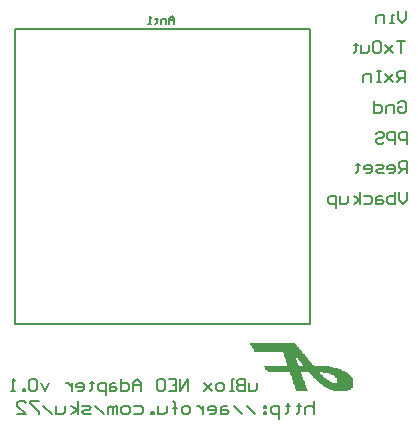
<source format=gbo>
%FSLAX43Y43*%
%MOMM*%
G71*
G01*
G75*
G04 Layer_Color=32896*
G04:AMPARAMS|DCode=10|XSize=1mm|YSize=0.8mm|CornerRadius=0.12mm|HoleSize=0mm|Usage=FLASHONLY|Rotation=270.000|XOffset=0mm|YOffset=0mm|HoleType=Round|Shape=RoundedRectangle|*
%AMROUNDEDRECTD10*
21,1,1.000,0.560,0,0,270.0*
21,1,0.760,0.800,0,0,270.0*
1,1,0.240,-0.280,-0.380*
1,1,0.240,-0.280,0.380*
1,1,0.240,0.280,0.380*
1,1,0.240,0.280,-0.380*
%
%ADD10ROUNDEDRECTD10*%
G04:AMPARAMS|DCode=11|XSize=1mm|YSize=0.8mm|CornerRadius=0.12mm|HoleSize=0mm|Usage=FLASHONLY|Rotation=0.000|XOffset=0mm|YOffset=0mm|HoleType=Round|Shape=RoundedRectangle|*
%AMROUNDEDRECTD11*
21,1,1.000,0.560,0,0,0.0*
21,1,0.760,0.800,0,0,0.0*
1,1,0.240,0.380,-0.280*
1,1,0.240,-0.380,-0.280*
1,1,0.240,-0.380,0.280*
1,1,0.240,0.380,0.280*
%
%ADD11ROUNDEDRECTD11*%
%ADD12R,1.100X0.550*%
%ADD13R,0.550X1.100*%
G04:AMPARAMS|DCode=14|XSize=0.8mm|YSize=3mm|CornerRadius=0.08mm|HoleSize=0mm|Usage=FLASHONLY|Rotation=270.000|XOffset=0mm|YOffset=0mm|HoleType=Round|Shape=RoundedRectangle|*
%AMROUNDEDRECTD14*
21,1,0.800,2.840,0,0,270.0*
21,1,0.640,3.000,0,0,270.0*
1,1,0.160,-1.420,-0.320*
1,1,0.160,-1.420,0.320*
1,1,0.160,1.420,0.320*
1,1,0.160,1.420,-0.320*
%
%ADD14ROUNDEDRECTD14*%
%ADD15R,1.100X0.850*%
G04:AMPARAMS|DCode=16|XSize=2.1mm|YSize=3mm|CornerRadius=0.21mm|HoleSize=0mm|Usage=FLASHONLY|Rotation=270.000|XOffset=0mm|YOffset=0mm|HoleType=Round|Shape=RoundedRectangle|*
%AMROUNDEDRECTD16*
21,1,2.100,2.580,0,0,270.0*
21,1,1.680,3.000,0,0,270.0*
1,1,0.420,-1.290,-0.840*
1,1,0.420,-1.290,0.840*
1,1,0.420,1.290,0.840*
1,1,0.420,1.290,-0.840*
%
%ADD16ROUNDEDRECTD16*%
%ADD17R,3.000X0.800*%
G04:AMPARAMS|DCode=18|XSize=1.8mm|YSize=0.8mm|CornerRadius=0.08mm|HoleSize=0mm|Usage=FLASHONLY|Rotation=180.000|XOffset=0mm|YOffset=0mm|HoleType=Round|Shape=RoundedRectangle|*
%AMROUNDEDRECTD18*
21,1,1.800,0.640,0,0,180.0*
21,1,1.640,0.800,0,0,180.0*
1,1,0.160,-0.820,0.320*
1,1,0.160,0.820,0.320*
1,1,0.160,0.820,-0.320*
1,1,0.160,-0.820,-0.320*
%
%ADD18ROUNDEDRECTD18*%
%ADD19R,4.000X0.500*%
%ADD20R,3.500X2.700*%
%ADD21R,5.000X2.700*%
%ADD22C,0.300*%
%ADD23C,0.200*%
%ADD24C,0.500*%
%ADD25C,5.000*%
%ADD26C,1.500*%
%ADD27C,1.500*%
%ADD28R,1.500X1.500*%
%ADD29C,2.000*%
%ADD30C,0.900*%
%ADD31C,1.400*%
%ADD32C,0.254*%
%ADD33C,0.100*%
%ADD34C,0.152*%
%ADD35C,0.051*%
%ADD36C,0.150*%
D23*
X112500Y135000D02*
X137500D01*
Y110000D02*
Y135000D01*
X112500Y110000D02*
X137500D01*
X112500D02*
Y135000D01*
X133000Y105066D02*
Y104567D01*
X132833Y104400D01*
X132334D01*
Y105066D01*
X132000Y105400D02*
Y104400D01*
X131500D01*
X131334Y104567D01*
Y104733D01*
X131500Y104900D01*
X132000D01*
X131500D01*
X131334Y105066D01*
Y105233D01*
X131500Y105400D01*
X132000D01*
X131001Y104400D02*
X130667D01*
X130834D01*
Y105400D01*
X131001D01*
X130001Y104400D02*
X129668D01*
X129501Y104567D01*
Y104900D01*
X129668Y105066D01*
X130001D01*
X130168Y104900D01*
Y104567D01*
X130001Y104400D01*
X129168Y105066D02*
X128501Y104400D01*
X128835Y104733D01*
X128501Y105066D01*
X129168Y104400D01*
X127169D02*
Y105400D01*
X126502Y104400D01*
Y105400D01*
X125502D02*
X126169D01*
Y104400D01*
X125502D01*
X126169Y104900D02*
X125836D01*
X124669Y105400D02*
X125003D01*
X125169Y105233D01*
Y104567D01*
X125003Y104400D01*
X124669D01*
X124503Y104567D01*
Y105233D01*
X124669Y105400D01*
X123170Y104400D02*
Y105066D01*
X122837Y105400D01*
X122503Y105066D01*
Y104400D01*
Y104900D01*
X123170D01*
X121504Y105400D02*
Y104400D01*
X122004D01*
X122170Y104567D01*
Y104900D01*
X122004Y105066D01*
X121504D01*
X121004D02*
X120671D01*
X120504Y104900D01*
Y104400D01*
X121004D01*
X121170Y104567D01*
X121004Y104733D01*
X120504D01*
X120171Y104067D02*
Y105066D01*
X119671D01*
X119504Y104900D01*
Y104567D01*
X119671Y104400D01*
X120171D01*
X119005Y105233D02*
Y105066D01*
X119171D01*
X118838D01*
X119005D01*
Y104567D01*
X118838Y104400D01*
X117838D02*
X118171D01*
X118338Y104567D01*
Y104900D01*
X118171Y105066D01*
X117838D01*
X117672Y104900D01*
Y104733D01*
X118338D01*
X117338Y105066D02*
Y104400D01*
Y104733D01*
X117172Y104900D01*
X117005Y105066D01*
X116839D01*
X115339D02*
X115006Y104400D01*
X114673Y105066D01*
X114339Y105233D02*
X114173Y105400D01*
X113840D01*
X113673Y105233D01*
Y104567D01*
X113840Y104400D01*
X114173D01*
X114339Y104567D01*
Y105233D01*
X113340Y104400D02*
Y104567D01*
X113173D01*
Y104400D01*
X113340D01*
X112507D02*
X112173D01*
X112340D01*
Y105400D01*
X112507Y105233D01*
X137800Y103500D02*
Y102400D01*
Y102950D01*
X137617Y103133D01*
X137250D01*
X137067Y102950D01*
Y102400D01*
X136517Y103316D02*
Y103133D01*
X136700D01*
X136334D01*
X136517D01*
Y102583D01*
X136334Y102400D01*
X135601Y103316D02*
Y103133D01*
X135784D01*
X135417D01*
X135601D01*
Y102583D01*
X135417Y102400D01*
X134868Y102033D02*
Y103133D01*
X134318D01*
X134135Y102950D01*
Y102583D01*
X134318Y102400D01*
X134868D01*
X133768Y103133D02*
X133585D01*
Y102950D01*
X133768D01*
Y103133D01*
Y102583D02*
X133585D01*
Y102400D01*
X133768D01*
Y102583D01*
X132852Y102400D02*
X132118Y103133D01*
X131752Y102400D02*
X131019Y103133D01*
X130469D02*
X130102D01*
X129919Y102950D01*
Y102400D01*
X130469D01*
X130652Y102583D01*
X130469Y102767D01*
X129919D01*
X129003Y102400D02*
X129369D01*
X129553Y102583D01*
Y102950D01*
X129369Y103133D01*
X129003D01*
X128820Y102950D01*
Y102767D01*
X129553D01*
X128453Y103133D02*
Y102400D01*
Y102767D01*
X128270Y102950D01*
X128086Y103133D01*
X127903D01*
X127170Y102400D02*
X126804D01*
X126620Y102583D01*
Y102950D01*
X126804Y103133D01*
X127170D01*
X127353Y102950D01*
Y102583D01*
X127170Y102400D01*
X126070D02*
Y103316D01*
Y102950D01*
X126254D01*
X125887D01*
X126070D01*
Y103316D01*
X125887Y103500D01*
X125337Y103133D02*
Y102583D01*
X125154Y102400D01*
X124604D01*
Y103133D01*
X124238Y102400D02*
Y102583D01*
X124054D01*
Y102400D01*
X124238D01*
X122588Y103133D02*
X123138D01*
X123321Y102950D01*
Y102583D01*
X123138Y102400D01*
X122588D01*
X122038D02*
X121672D01*
X121489Y102583D01*
Y102950D01*
X121672Y103133D01*
X122038D01*
X122222Y102950D01*
Y102583D01*
X122038Y102400D01*
X121122D02*
Y103133D01*
X120939D01*
X120756Y102950D01*
Y102400D01*
Y102950D01*
X120572Y103133D01*
X120389Y102950D01*
Y102400D01*
X120022D02*
X119289Y103133D01*
X118923Y102400D02*
X118373D01*
X118190Y102583D01*
X118373Y102767D01*
X118739D01*
X118923Y102950D01*
X118739Y103133D01*
X118190D01*
X117823Y102400D02*
Y103500D01*
Y102767D02*
X117273Y103133D01*
X117823Y102767D02*
X117273Y102400D01*
X116723Y103133D02*
Y102583D01*
X116540Y102400D01*
X115990D01*
Y103133D01*
X115624Y102400D02*
X114891Y103133D01*
X114524Y103500D02*
X113791D01*
Y103316D01*
X114524Y102583D01*
Y102400D01*
X112691D02*
X113425D01*
X112691Y103133D01*
Y103316D01*
X112875Y103500D01*
X113241D01*
X113425Y103316D01*
X145700Y121200D02*
Y120533D01*
X145367Y120200D01*
X145034Y120533D01*
Y121200D01*
X144700D02*
Y120200D01*
X144200D01*
X144034Y120367D01*
Y120533D01*
Y120700D01*
X144200Y120866D01*
X144700D01*
X143534D02*
X143201D01*
X143034Y120700D01*
Y120200D01*
X143534D01*
X143701Y120367D01*
X143534Y120533D01*
X143034D01*
X142035Y120866D02*
X142534D01*
X142701Y120700D01*
Y120367D01*
X142534Y120200D01*
X142035D01*
X141701D02*
Y121200D01*
Y120533D02*
X141201Y120866D01*
X141701Y120533D02*
X141201Y120200D01*
X140702Y120866D02*
Y120367D01*
X140535Y120200D01*
X140035D01*
Y120866D01*
X139702Y119867D02*
Y120866D01*
X139202D01*
X139035Y120700D01*
Y120367D01*
X139202Y120200D01*
X139702D01*
X145700Y122800D02*
Y123800D01*
X145200D01*
X145034Y123633D01*
Y123300D01*
X145200Y123133D01*
X145700D01*
X145367D02*
X145034Y122800D01*
X144200D02*
X144534D01*
X144700Y122967D01*
Y123300D01*
X144534Y123466D01*
X144200D01*
X144034Y123300D01*
Y123133D01*
X144700D01*
X143701Y122800D02*
X143201D01*
X143034Y122967D01*
X143201Y123133D01*
X143534D01*
X143701Y123300D01*
X143534Y123466D01*
X143034D01*
X142201Y122800D02*
X142534D01*
X142701Y122967D01*
Y123300D01*
X142534Y123466D01*
X142201D01*
X142035Y123300D01*
Y123133D01*
X142701D01*
X141535Y123633D02*
Y123466D01*
X141701D01*
X141368D01*
X141535D01*
Y122967D01*
X141368Y122800D01*
X145700Y125300D02*
Y126300D01*
X145200D01*
X145034Y126133D01*
Y125800D01*
X145200Y125633D01*
X145700D01*
X144700Y125300D02*
Y126300D01*
X144200D01*
X144034Y126133D01*
Y125800D01*
X144200Y125633D01*
X144700D01*
X143034Y126133D02*
X143201Y126300D01*
X143534D01*
X143701Y126133D01*
Y125966D01*
X143534Y125800D01*
X143201D01*
X143034Y125633D01*
Y125467D01*
X143201Y125300D01*
X143534D01*
X143701Y125467D01*
X144934Y128733D02*
X145100Y128900D01*
X145433D01*
X145600Y128733D01*
Y128067D01*
X145433Y127900D01*
X145100D01*
X144934Y128067D01*
Y128400D01*
X145267D01*
X144600Y127900D02*
Y128566D01*
X144100D01*
X143934Y128400D01*
Y127900D01*
X142934Y128900D02*
Y127900D01*
X143434D01*
X143601Y128067D01*
Y128400D01*
X143434Y128566D01*
X142934D01*
X145500Y130500D02*
Y131500D01*
X145000D01*
X144834Y131333D01*
Y131000D01*
X145000Y130833D01*
X145500D01*
X145167D02*
X144834Y130500D01*
X144500Y131166D02*
X143834Y130500D01*
X144167Y130833D01*
X143834Y131166D01*
X144500Y130500D01*
X143501Y131500D02*
X143167D01*
X143334D01*
Y130500D01*
X143501D01*
X143167D01*
X142668D02*
Y131166D01*
X142168D01*
X142001Y131000D01*
Y130500D01*
X145500Y134000D02*
X144834D01*
X145167D01*
Y133000D01*
X144500Y133666D02*
X143834Y133000D01*
X144167Y133333D01*
X143834Y133666D01*
X144500Y133000D01*
X143001Y134000D02*
X143334D01*
X143501Y133833D01*
Y133167D01*
X143334Y133000D01*
X143001D01*
X142834Y133167D01*
Y133833D01*
X143001Y134000D01*
X142501Y133666D02*
Y133167D01*
X142334Y133000D01*
X141835D01*
Y133666D01*
X141335Y133833D02*
Y133666D01*
X141501D01*
X141168D01*
X141335D01*
Y133167D01*
X141168Y133000D01*
X145600Y136500D02*
Y135833D01*
X145267Y135500D01*
X144934Y135833D01*
Y136500D01*
X144600Y135500D02*
X144267D01*
X144434D01*
Y136166D01*
X144600D01*
X143767Y135500D02*
Y136166D01*
X143267D01*
X143101Y136000D01*
Y135500D01*
D35*
X139834Y105236D02*
X141053D01*
X139732Y105084D02*
X141053D01*
X139783Y105186D02*
X141053D01*
X139783Y105135D02*
X141053D01*
X139834Y105287D02*
X141053D01*
X139783Y105338D02*
X141053D01*
X139783Y105389D02*
X141002D01*
X139783Y105440D02*
X141002D01*
X139681Y105541D02*
X140951D01*
X139631Y104424D02*
X140494D01*
X139427Y104474D02*
X140596D01*
X139275Y104525D02*
X140748D01*
X139021Y104627D02*
X140901D01*
X139173Y104576D02*
X140850D01*
X139732Y105490D02*
X140951D01*
X139631Y105592D02*
X140901D01*
X139580Y105643D02*
X140850D01*
X139529Y105694D02*
X140799D01*
X139478Y105744D02*
X140748D01*
X139377Y105795D02*
X140697D01*
X139275Y105846D02*
X140647D01*
X139123Y105897D02*
X140596D01*
X138970Y105948D02*
X140494D01*
X138970Y104678D02*
X140951D01*
X138869Y104728D02*
X141002D01*
X138767Y104779D02*
X141002D01*
X138665Y104830D02*
X141053D01*
X138615Y104881D02*
X141053D01*
X138615Y105998D02*
X140443D01*
X138513Y104932D02*
X141053D01*
X138411Y105033D02*
X141053D01*
X138462Y104982D02*
X141053D01*
X138310Y105084D02*
X139377D01*
X138259Y105135D02*
X139224D01*
X138208Y105186D02*
X139123D01*
X138157Y105236D02*
X139021D01*
X138107Y105287D02*
X138970D01*
X138056Y105338D02*
X138869D01*
X138005Y105389D02*
X138818D01*
X134093Y106049D02*
X140342D01*
X133941Y106100D02*
X140291D01*
X133839Y106151D02*
X140139D01*
X133738Y106202D02*
X140037D01*
X133687Y106252D02*
X139935D01*
X133687Y106303D02*
X139783D01*
X133636Y106354D02*
X139580D01*
X133636Y106405D02*
X139326D01*
X133585Y106456D02*
X139072D01*
X137954Y105440D02*
X138767D01*
X137903Y105490D02*
X138665D01*
X136329Y104474D02*
X137192D01*
X137802Y105541D02*
X138615D01*
X137751Y105592D02*
X138564D01*
X137700Y105643D02*
X138513D01*
X137700Y105694D02*
X138462D01*
X137649Y105744D02*
X138361D01*
X137599Y105795D02*
X138361D01*
X137548Y105846D02*
X138310D01*
X136329Y104424D02*
X137192D01*
X136278Y104525D02*
X137141D01*
X136278Y104576D02*
X137141D01*
X136227Y104627D02*
X137141D01*
X136227Y104678D02*
X137091D01*
X136227Y104728D02*
X137091D01*
X136176Y104779D02*
X137040D01*
X136176Y104830D02*
X137040D01*
X136176Y104881D02*
X137040D01*
X136125Y104932D02*
X136989D01*
X137497Y105897D02*
X138259D01*
X137446Y105948D02*
X138208D01*
X137395Y105998D02*
X138157D01*
X136938Y106557D02*
X137700D01*
X136887Y106608D02*
X137649D01*
X136837Y106659D02*
X137599D01*
X136837Y106710D02*
X137548D01*
X136786Y106760D02*
X137497D01*
X136735Y106811D02*
X137497D01*
X136684Y106862D02*
X137446D01*
X136633Y106913D02*
X137395D01*
X136583Y106964D02*
X137345D01*
X136532Y107014D02*
X137294D01*
X136481Y107116D02*
X137243D01*
X136532Y107065D02*
X137243D01*
X136430Y107167D02*
X137192D01*
X136379Y107218D02*
X137141D01*
X136329Y107268D02*
X137091D01*
X136278Y107319D02*
X137040D01*
X136227Y107370D02*
X136989D01*
X136125Y104982D02*
X136989D01*
X136125Y105033D02*
X136989D01*
X136075Y105084D02*
X136938D01*
X136075Y105186D02*
X136938D01*
X136075Y105135D02*
X136938D01*
X136024Y105236D02*
X136887D01*
X136024Y105287D02*
X136887D01*
X136024Y105338D02*
X136837D01*
X135973Y105440D02*
X136837D01*
X135973Y105389D02*
X136837D01*
X135973Y105490D02*
X136786D01*
X135922Y105541D02*
X136786D01*
X135922Y105592D02*
X136786D01*
X135871Y105694D02*
X136735D01*
X135922Y105643D02*
X136735D01*
X135871Y105744D02*
X136735D01*
X135821Y105795D02*
X136684D01*
X135821Y105846D02*
X136684D01*
X135770Y105948D02*
X136633D01*
X135821Y105897D02*
X136633D01*
X135770Y105998D02*
X136633D01*
X135567Y106506D02*
X138361D01*
X135567Y106557D02*
X136430D01*
X135567Y106608D02*
X136430D01*
X135516Y106659D02*
X136379D01*
X135516Y106710D02*
X136379D01*
X135516Y106760D02*
X136379D01*
X135465Y106811D02*
X136329D01*
X135465Y106913D02*
X136329D01*
X135465Y106862D02*
X136329D01*
X135465Y106964D02*
X136278D01*
X135414Y107014D02*
X136278D01*
X133585Y106506D02*
X133992D01*
X135414Y107116D02*
X136227D01*
X135414Y107065D02*
X136227D01*
X135363Y107167D02*
X136227D01*
X135363Y107218D02*
X136176D01*
X135363Y107268D02*
X136176D01*
X135313Y107319D02*
X136176D01*
X135313Y107370D02*
X136125D01*
X136227Y107421D02*
X136989D01*
X136176Y107472D02*
X136938D01*
X135313Y107421D02*
X136125D01*
Y107522D02*
X136887D01*
X135262Y107472D02*
X136075D01*
X135262Y107522D02*
X136075D01*
X135262Y107573D02*
X136837D01*
X135262Y107624D02*
X136786D01*
X135211Y107675D02*
X136735D01*
X132823Y107726D02*
X136735D01*
X132773Y107776D02*
X136684D01*
X132773Y107827D02*
X136633D01*
X132722Y107878D02*
X136583D01*
X132722Y107929D02*
X136532D01*
X132671Y107980D02*
X136481D01*
X132620Y108030D02*
X136481D01*
X132620Y108081D02*
X136430D01*
X132569Y108132D02*
X136379D01*
X132569Y108183D02*
X136329D01*
X132519Y108234D02*
X136278D01*
X132468Y108284D02*
X136227D01*
X132468Y108335D02*
X136227D01*
X132417Y108386D02*
X136176D01*
X132417Y108437D02*
X136125D01*
D36*
X126000Y135400D02*
Y135867D01*
X125767Y136100D01*
X125533Y135867D01*
Y135400D01*
Y135750D01*
X126000D01*
X125300Y135400D02*
Y135867D01*
X124950D01*
X124834Y135750D01*
Y135400D01*
X124484Y135983D02*
Y135867D01*
X124600D01*
X124367D01*
X124484D01*
Y135517D01*
X124367Y135400D01*
X124017D02*
X123784D01*
X123901D01*
Y136100D01*
X124017Y135983D01*
M02*

</source>
